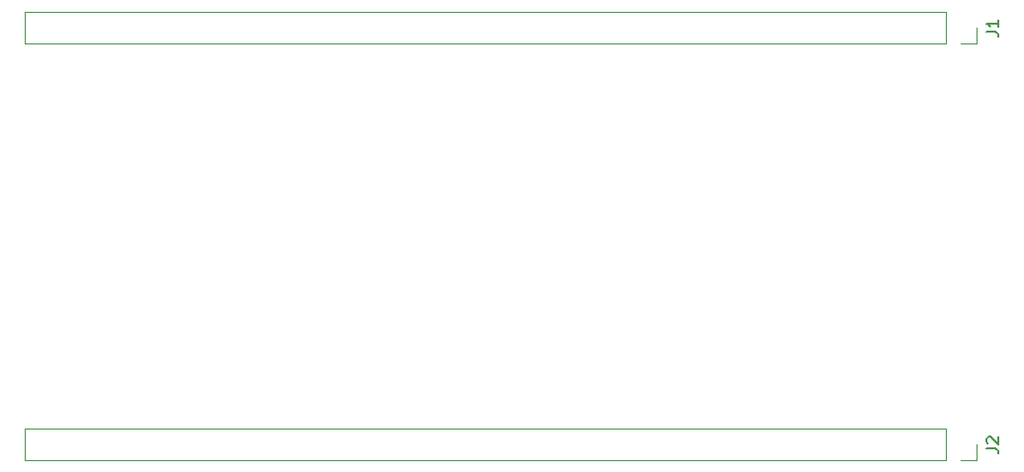
<source format=gbr>
G04 #@! TF.GenerationSoftware,KiCad,Pcbnew,5.1.5+dfsg1-2build2*
G04 #@! TF.CreationDate,2021-03-16T21:46:15-07:00*
G04 #@! TF.ProjectId,soldering-test,736f6c64-6572-4696-9e67-2d746573742e,rev?*
G04 #@! TF.SameCoordinates,Original*
G04 #@! TF.FileFunction,Legend,Top*
G04 #@! TF.FilePolarity,Positive*
%FSLAX46Y46*%
G04 Gerber Fmt 4.6, Leading zero omitted, Abs format (unit mm)*
G04 Created by KiCad (PCBNEW 5.1.5+dfsg1-2build2) date 2021-03-16 21:46:15*
%MOMM*%
%LPD*%
G04 APERTURE LIST*
%ADD10C,0.120000*%
%ADD11C,0.150000*%
G04 APERTURE END LIST*
D10*
X95189040Y-16475400D02*
X95189040Y-19135400D01*
X95189040Y-16475400D02*
X16389040Y-16475400D01*
X16389040Y-16475400D02*
X16389040Y-19135400D01*
X95189040Y-19135400D02*
X16389040Y-19135400D01*
X97789040Y-19135400D02*
X96459040Y-19135400D01*
X97789040Y-17805400D02*
X97789040Y-19135400D01*
X95183960Y-52215740D02*
X95183960Y-54875740D01*
X95183960Y-52215740D02*
X16383960Y-52215740D01*
X16383960Y-52215740D02*
X16383960Y-54875740D01*
X95183960Y-54875740D02*
X16383960Y-54875740D01*
X97783960Y-54875740D02*
X96453960Y-54875740D01*
X97783960Y-53545740D02*
X97783960Y-54875740D01*
D11*
X98681420Y-18138733D02*
X99395706Y-18138733D01*
X99538563Y-18186352D01*
X99633801Y-18281590D01*
X99681420Y-18424447D01*
X99681420Y-18519685D01*
X99681420Y-17138733D02*
X99681420Y-17710161D01*
X99681420Y-17424447D02*
X98681420Y-17424447D01*
X98824278Y-17519685D01*
X98919516Y-17614923D01*
X98967135Y-17710161D01*
X98676340Y-53879073D02*
X99390626Y-53879073D01*
X99533483Y-53926692D01*
X99628721Y-54021930D01*
X99676340Y-54164787D01*
X99676340Y-54260025D01*
X98771579Y-53450501D02*
X98723960Y-53402882D01*
X98676340Y-53307644D01*
X98676340Y-53069549D01*
X98723960Y-52974311D01*
X98771579Y-52926692D01*
X98866817Y-52879073D01*
X98962055Y-52879073D01*
X99104912Y-52926692D01*
X99676340Y-53498120D01*
X99676340Y-52879073D01*
M02*

</source>
